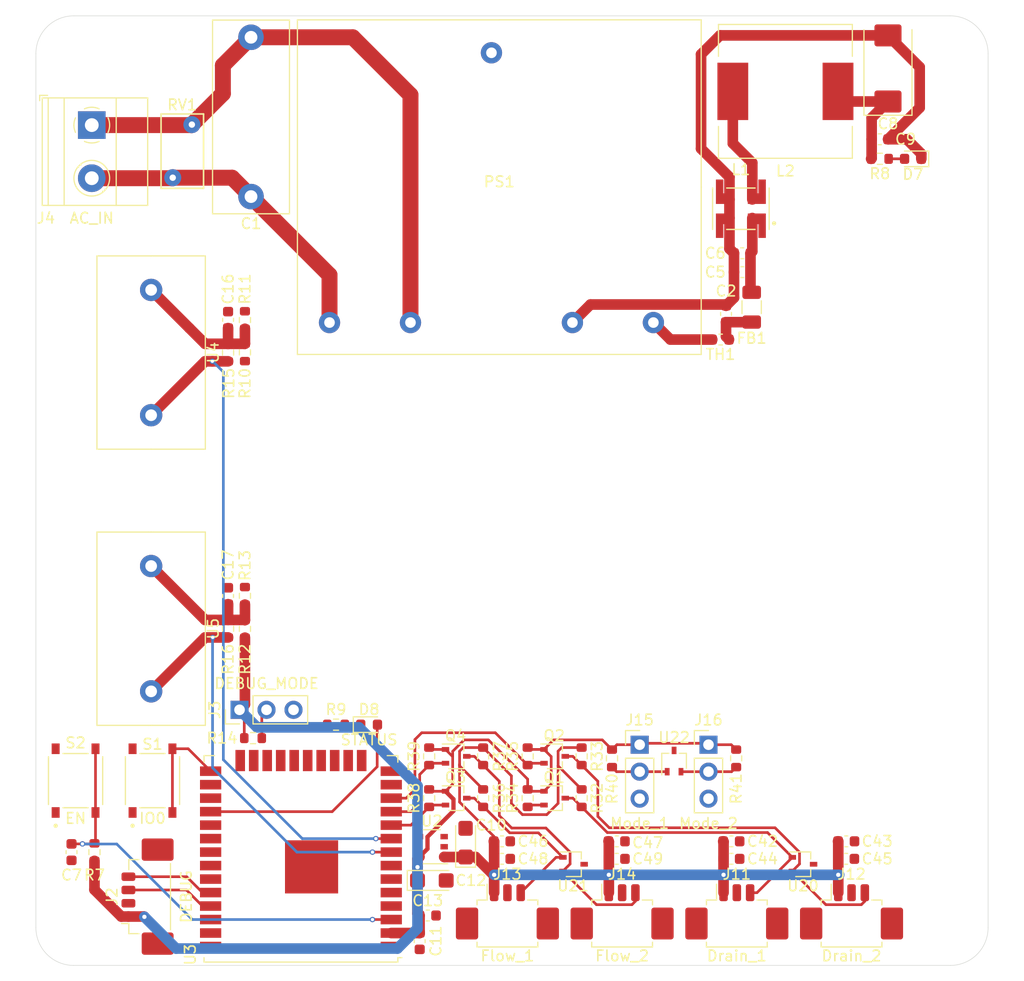
<source format=kicad_pcb>
(kicad_pcb (version 20171130) (host pcbnew "(5.1.12)-1")
  (layers (0 F.Cu signal) (31 B.Cu signal) (34 B.Paste user) (35 F.Paste user) (36 B.SilkS user) (37 F.SilkS user) (38 B.Mask user) (39 F.Mask user) (44 Edge.Cuts user))
  (net 0 "")
  (net 1 LINE)
  (net 2 NEUT)
  (net 3 "Net-(C2-Pad1)")
  (net 4 GND)
  (net 5 +3V3)
  (net 6 "Net-(C5-Pad1)")
  (net 7 /EN)
  (net 8 +5V)
  (net 9 "Net-(C16-Pad1)")
  (net 10 "Net-(C17-Pad1)")
  (net 11 "Net-(D7-Pad2)")
  (net 12 /STATUS)
  (net 13 "Net-(D8-Pad1)")
  (net 14 "Net-(H1-Pad1)")
  (net 15 "Net-(H2-Pad1)")
  (net 16 "Net-(H3-Pad1)")
  (net 17 "Net-(H4-Pad1)")
  (net 18 /TX_DEBUG)
  (net 19 /RX_DEBUG)
  (net 20 /Debug_SW)
  (net 21 /Sheet65BE28DA/Drain_1)
  (net 22 /Sheet65BE28DA/Drain_2)
  (net 23 /Sheet65BE28DA/Flow_1)
  (net 24 /Sheet65BE28DA/Flow_2)
  (net 25 /Sheet65BE28DA/Mode_1)
  (net 26 /Sheet65BE28DA/Mode_2)
  (net 27 "Net-(L1-Pad2)")
  (net 28 "Net-(PS1-Pad5)")
  (net 29 "Net-(PS1-Pad4)")
  (net 30 /Drain_1)
  (net 31 /Drain_2)
  (net 32 /Flow_1)
  (net 33 /Flow_2)
  (net 34 /CT_1)
  (net 35 /CT_2)
  (net 36 /IO0)
  (net 37 /SRCLK)
  (net 38 /RCLK)
  (net 39 /SER)
  (net 40 "Net-(U2-Pad4)")
  (net 41 "Net-(U3-Pad4)")
  (net 42 "Net-(U3-Pad5)")
  (net 43 /Mode_1)
  (net 44 /Mode_2)
  (net 45 "Net-(U3-Pad13)")
  (net 46 "Net-(U3-Pad14)")
  (net 47 "Net-(U3-Pad16)")
  (net 48 "Net-(U3-Pad17)")
  (net 49 "Net-(U3-Pad18)")
  (net 50 "Net-(U3-Pad19)")
  (net 51 "Net-(U3-Pad20)")
  (net 52 "Net-(U3-Pad21)")
  (net 53 "Net-(U3-Pad22)")
  (net 54 "Net-(U3-Pad23)")
  (net 55 "Net-(U3-Pad24)")
  (net 56 "Net-(U3-Pad26)")
  (net 57 "Net-(U3-Pad27)")
  (net 58 "Net-(U3-Pad29)")
  (net 59 "Net-(U3-Pad32)")
  (net 60 "Net-(U2-Pad3)")
  (module MountingHole:MountingHole_3.2mm_M3 (layer F.Cu) (at 185.3184 128.016)
    (fp_text reference H4)
    (fp_text value MountingHole_Pad)
    (pad 1 np_thru_hole circle (at 0 0) (size 3.2 3.2) (drill 3.2) (layers *.Cu *.Mask) (net 17 "Net-(H4-Pad1)"))
  )
  (module MountingHole:MountingHole_3.2mm_M3 (layer F.Cu) (at 102.8192 45.72)
    (fp_text reference H1)
    (fp_text value MountingHole_Pad)
    (pad 1 np_thru_hole circle (at 0 0) (size 3.2 3.2) (drill 3.2) (layers *.Cu *.Mask) (net 14 "Net-(H1-Pad1)"))
  )
  (module Capacitor_THT:C_Rect_L18.0mm_W7.0mm_P15.00mm_FKS3_FKP3 (layer F.Cu) (at 119.507 59.182 90)
    (fp_text reference C1 (at -2.54 0 180) (layer F.SilkS))
    (fp_text value MPB224K27DZKN158G0)
    (pad 1 thru_hole circle (at 0 0 90) (size 2.4 2.4) (drill 1.2) (layers *.Cu *.Mask) (net 1 LINE))
    (pad 2 thru_hole circle (at 15 0 90) (size 2.4 2.4) (drill 1.2) (layers *.Cu *.Mask) (net 2 NEUT))
  )
  (module Capacitor_SMD:C_0603_1608Metric (layer F.Cu) (at 164.211 70.231 90)
    (fp_text reference C2 (at 2.159 0 180) (layer F.SilkS))
    (fp_text value 10nf)
    (pad 1 smd roundrect (at -0.775 0 90) (size 0.9 0.95) (layers F.Cu F.Paste F.Mask) (net 3 "Net-(C2-Pad1)"))
    (pad 2 smd roundrect (at 0.775 0 90) (size 0.9 0.95) (layers F.Cu F.Paste F.Mask) (net 4 GND))
  )
  (module Capacitor_SMD:C_0603_1608Metric (layer F.Cu) (at 165.735 66.294 180)
    (fp_text reference C5 (at 2.54 0) (layer F.SilkS))
    (fp_text value 100nf)
    (pad 2 smd roundrect (at 0.775 0 180) (size 0.9 0.95) (layers F.Cu F.Paste F.Mask) (net 4 GND))
    (pad 1 smd roundrect (at -0.775 0 180) (size 0.9 0.95) (layers F.Cu F.Paste F.Mask) (net 6 "Net-(C5-Pad1)"))
  )
  (module Capacitor_SMD:C_0603_1608Metric (layer F.Cu) (at 165.735 64.516 180)
    (fp_text reference C6 (at 2.54 0) (layer F.SilkS))
    (fp_text value 10uf)
    (pad 2 smd roundrect (at 0.775 0 180) (size 0.9 0.95) (layers F.Cu F.Paste F.Mask) (net 4 GND))
    (pad 1 smd roundrect (at -0.775 0 180) (size 0.9 0.95) (layers F.Cu F.Paste F.Mask) (net 6 "Net-(C5-Pad1)"))
  )
  (module Capacitor_SMD:C_0603_1608Metric (layer F.Cu) (at 102.616 120.904 270)
    (fp_text reference C7 (at 2.159 0) (layer F.SilkS))
    (fp_text value 100nf)
    (pad 1 smd roundrect (at -0.775 0 270) (size 0.9 0.95) (layers F.Cu F.Paste F.Mask) (net 7 /EN))
    (pad 2 smd roundrect (at 0.775 0 270) (size 0.9 0.95) (layers F.Cu F.Paste F.Mask) (net 4 GND))
  )
  (module Capacitor_Tantalum_SMD:CP_EIA-7343-31_Kemet-D (layer F.Cu) (at 179.451 47.117 90)
    (fp_text reference C8 (at -5.207 0) (layer F.SilkS))
    (fp_text value 330uf)
    (pad 1 smd roundrect (at -3.1125 0 90) (size 2.075 2.55) (layers F.Cu F.Paste F.Mask) (roundrect_rratio 0.120482) (net 8 +5V))
    (pad 2 smd roundrect (at 3.1125 0 90) (size 2.075 2.55) (layers F.Cu F.Paste F.Mask) (roundrect_rratio 0.120482) (net 4 GND))
  )
  (module Capacitor_SMD:C_0603_1608Metric (layer F.Cu) (at 178.689 53.7845)
    (fp_text reference C9 (at 2.413 0) (layer F.SilkS))
    (fp_text value 100nf)
    (pad 1 smd roundrect (at -0.775 0) (size 0.9 0.95) (layers F.Cu F.Paste F.Mask) (net 8 +5V))
    (pad 2 smd roundrect (at 0.775 0) (size 0.9 0.95) (layers F.Cu F.Paste F.Mask) (net 4 GND))
  )
  (module Capacitor_Tantalum_SMD:CP_EIA-3216-18_Kemet-A (layer F.Cu) (at 139.7 120.015 90)
    (fp_text reference C10 (at 1.651 2.413 180) (layer F.SilkS))
    (fp_text value 10uf)
    (pad 1 smd roundrect (at -1.35 0 90) (size 1.4 1.35) (layers F.Cu F.Paste F.Mask) (roundrect_rratio 0.185185) (net 8 +5V))
    (pad 2 smd roundrect (at 1.35 0 90) (size 1.4 1.35) (layers F.Cu F.Paste F.Mask) (roundrect_rratio 0.185185) (net 4 GND))
  )
  (module Capacitor_SMD:C_0603_1608Metric (layer F.Cu) (at 135.382 129.286 90)
    (fp_text reference C11 (at 0 1.524 90) (layer F.SilkS))
    (fp_text value 100nf)
    (pad 1 smd roundrect (at -0.775 0 90) (size 0.9 0.95) (layers F.Cu F.Paste F.Mask) (net 4 GND))
    (pad 2 smd roundrect (at 0.775 0 90) (size 0.9 0.95) (layers F.Cu F.Paste F.Mask) (net 5 +3V3))
  )
  (module Capacitor_Tantalum_SMD:CP_EIA-3216-18_Kemet-A (layer F.Cu) (at 136.525 123.571)
    (fp_text reference C12 (at 3.683 0) (layer F.SilkS))
    (fp_text value 10uf)
    (pad 2 smd roundrect (at 1.35 0) (size 1.4 1.35) (layers F.Cu F.Paste F.Mask) (roundrect_rratio 0.185185) (net 4 GND))
    (pad 1 smd roundrect (at -1.35 0) (size 1.4 1.35) (layers F.Cu F.Paste F.Mask) (roundrect_rratio 0.185185) (net 5 +3V3))
  )
  (module Capacitor_SMD:C_0603_1608Metric (layer F.Cu) (at 136.144 126.873 180)
    (fp_text reference C13 (at 0 1.397) (layer F.SilkS))
    (fp_text value 10uf)
    (pad 2 smd roundrect (at 0.775 0 180) (size 0.9 0.95) (layers F.Cu F.Paste F.Mask) (net 5 +3V3))
    (pad 1 smd roundrect (at -0.775 0 180) (size 0.9 0.95) (layers F.Cu F.Paste F.Mask) (net 4 GND))
  )
  (module Capacitor_SMD:C_0603_1608Metric (layer F.Cu) (at 117.348 70.7895 90)
    (fp_text reference C16 (at 2.908 0 90) (layer F.SilkS))
    (fp_text value 10uf)
    (pad 2 smd roundrect (at 0.775 0 90) (size 0.9 0.95) (layers F.Cu F.Paste F.Mask) (net 4 GND))
    (pad 1 smd roundrect (at -0.775 0 90) (size 0.9 0.95) (layers F.Cu F.Paste F.Mask) (net 9 "Net-(C16-Pad1)"))
  )
  (module Capacitor_SMD:C_0603_1608Metric (layer F.Cu) (at 117.348 96.787 90)
    (fp_text reference C17 (at 2.921 0 90) (layer F.SilkS))
    (fp_text value 10uf)
    (pad 1 smd roundrect (at -0.775 0 90) (size 0.9 0.95) (layers F.Cu F.Paste F.Mask) (net 10 "Net-(C17-Pad1)"))
    (pad 2 smd roundrect (at 0.775 0 90) (size 0.9 0.95) (layers F.Cu F.Paste F.Mask) (net 4 GND))
  )
  (module Capacitor_SMD:C_0603_1608Metric (layer F.Cu) (at 164.719 119.888)
    (fp_text reference C42 (at 2.921 0) (layer F.SilkS))
    (fp_text value 10uf)
    (pad 2 smd roundrect (at 0.775 0) (size 0.9 0.95) (layers F.Cu F.Paste F.Mask) (net 4 GND))
    (pad 1 smd roundrect (at -0.775 0) (size 0.9 0.95) (layers F.Cu F.Paste F.Mask) (net 8 +5V))
  )
  (module Capacitor_SMD:C_0603_1608Metric (layer F.Cu) (at 175.527 119.888)
    (fp_text reference C43 (at 2.908 0) (layer F.SilkS))
    (fp_text value 10uf)
    (pad 2 smd roundrect (at 0.775 0) (size 0.9 0.95) (layers F.Cu F.Paste F.Mask) (net 4 GND))
    (pad 1 smd roundrect (at -0.775 0) (size 0.9 0.95) (layers F.Cu F.Paste F.Mask) (net 8 +5V))
  )
  (module Capacitor_SMD:C_0603_1608Metric (layer F.Cu) (at 164.719 121.539)
    (fp_text reference C44 (at 2.921 0) (layer F.SilkS))
    (fp_text value 100uf)
    (pad 1 smd roundrect (at -0.775 0) (size 0.9 0.95) (layers F.Cu F.Paste F.Mask) (net 8 +5V))
    (pad 2 smd roundrect (at 0.775 0) (size 0.9 0.95) (layers F.Cu F.Paste F.Mask) (net 4 GND))
  )
  (module Capacitor_SMD:C_0603_1608Metric (layer F.Cu) (at 175.514 121.539)
    (fp_text reference C45 (at 2.921 0) (layer F.SilkS))
    (fp_text value 100uf)
    (pad 1 smd roundrect (at -0.775 0) (size 0.9 0.95) (layers F.Cu F.Paste F.Mask) (net 8 +5V))
    (pad 2 smd roundrect (at 0.775 0) (size 0.9 0.95) (layers F.Cu F.Paste F.Mask) (net 4 GND))
  )
  (module Capacitor_SMD:C_0603_1608Metric (layer F.Cu) (at 143.129 119.888)
    (fp_text reference C46 (at 2.921 0) (layer F.SilkS))
    (fp_text value 10uf)
    (pad 2 smd roundrect (at 0.775 0) (size 0.9 0.95) (layers F.Cu F.Paste F.Mask) (net 4 GND))
    (pad 1 smd roundrect (at -0.775 0) (size 0.9 0.95) (layers F.Cu F.Paste F.Mask) (net 8 +5V))
  )
  (module Capacitor_SMD:C_0603_1608Metric (layer F.Cu) (at 153.924 119.888)
    (fp_text reference C47 (at 2.921 0.127) (layer F.SilkS))
    (fp_text value 10uf)
    (pad 2 smd roundrect (at 0.775 0) (size 0.9 0.95) (layers F.Cu F.Paste F.Mask) (net 4 GND))
    (pad 1 smd roundrect (at -0.775 0) (size 0.9 0.95) (layers F.Cu F.Paste F.Mask) (net 8 +5V))
  )
  (module Capacitor_SMD:C_0603_1608Metric (layer F.Cu) (at 143.129 121.539)
    (fp_text reference C48 (at 2.921 0) (layer F.SilkS))
    (fp_text value 100uf)
    (pad 1 smd roundrect (at -0.775 0) (size 0.9 0.95) (layers F.Cu F.Paste F.Mask) (net 8 +5V))
    (pad 2 smd roundrect (at 0.775 0) (size 0.9 0.95) (layers F.Cu F.Paste F.Mask) (net 4 GND))
  )
  (module Capacitor_SMD:C_0603_1608Metric (layer F.Cu) (at 153.924 121.539)
    (fp_text reference C49 (at 2.921 0) (layer F.SilkS))
    (fp_text value 100uf)
    (pad 1 smd roundrect (at -0.775 0) (size 0.9 0.95) (layers F.Cu F.Paste F.Mask) (net 8 +5V))
    (pad 2 smd roundrect (at 0.775 0) (size 0.9 0.95) (layers F.Cu F.Paste F.Mask) (net 4 GND))
  )
  (module LED_SMD:LED_0603_1608Metric (layer F.Cu) (at 181.8005 55.626 180)
    (fp_text reference D7 (at 0 -1.4605) (layer F.SilkS))
    (fp_text value 5V)
    (pad 1 smd roundrect (at -0.7875 0 180) (size 0.875 0.95) (layers F.Cu F.Paste F.Mask) (net 4 GND))
    (pad 2 smd roundrect (at 0.7875 0 180) (size 0.875 0.95) (layers F.Cu F.Paste F.Mask) (net 11 "Net-(D7-Pad2)"))
  )
  (module LED_SMD:LED_0603_1608Metric (layer F.Cu) (at 130.6195 108.9025)
    (fp_text reference D8 (at 0 -1.43) (layer F.SilkS))
    (fp_text value STATUS (at 0 1.43) (layer F.SilkS))
    (pad 2 smd roundrect (at 0.7875 0) (size 0.875 0.95) (layers F.Cu F.Paste F.Mask) (net 12 /STATUS))
    (pad 1 smd roundrect (at -0.7875 0) (size 0.875 0.95) (layers F.Cu F.Paste F.Mask) (net 13 "Net-(D8-Pad1)"))
  )
  (module Fuse:Fuse_1206_3216Metric (layer F.Cu) (at 166.624 69.596 270)
    (fp_text reference FB1 (at 2.921 0 180) (layer F.SilkS))
    (fp_text value FBMH3216HM221NTV)
    (pad 1 smd roundrect (at -1.4 0 270) (size 1.25 1.75) (layers F.Cu F.Paste F.Mask) (roundrect_rratio 0.2) (net 6 "Net-(C5-Pad1)"))
    (pad 2 smd roundrect (at 1.4 0 270) (size 1.25 1.75) (layers F.Cu F.Paste F.Mask) (roundrect_rratio 0.2) (net 3 "Net-(C2-Pad1)"))
  )
  (module Connector_Molex:Molex_PicoBlade_53398-0471_1x04-1MP_P1.25mm_Vertical (layer F.Cu) (at 109.22 125.095 90)
    (fp_text reference J2 (at 0 -2.794 90) (layer F.SilkS))
    (fp_text value DEBUG (at 0 4.2 90) (layer F.SilkS))
    (pad 1 smd roundrect (at -1.875 -1.25 90) (size 0.8 1.3) (layers F.Cu F.Paste F.Mask) (net 5 +3V3))
    (pad 2 smd roundrect (at -0.625 -1.25 90) (size 0.8 1.3) (layers F.Cu F.Paste F.Mask) (net 4 GND))
    (pad 3 smd roundrect (at 0.625 -1.25 90) (size 0.8 1.3) (layers F.Cu F.Paste F.Mask) (net 18 /TX_DEBUG))
    (pad 4 smd roundrect (at 1.875 -1.25 90) (size 0.8 1.3) (layers F.Cu F.Paste F.Mask) (net 19 /RX_DEBUG))
    (pad MP smd roundrect (at -4.425 1.5 90) (size 2.1 3) (layers F.Cu F.Paste F.Mask) (roundrect_rratio 0.119048))
    (pad MP smd roundrect (at 4.425 1.5 90) (size 2.1 3) (layers F.Cu F.Paste F.Mask) (roundrect_rratio 0.119048))
  )
  (module Connector_PinHeader_2.54mm:PinHeader_1x03_P2.54mm_Vertical (layer F.Cu) (at 118.4275 107.5055 90)
    (fp_text reference J3 (at 0 -2.33 90) (layer F.SilkS))
    (fp_text value DEBUG_MODE (at 2.4765 2.54 180) (layer F.SilkS))
    (pad 1 thru_hole rect (at 0 0 90) (size 1.7 1.7) (drill 1) (layers *.Cu *.Mask) (net 5 +3V3))
    (pad 2 thru_hole oval (at 0 2.54 90) (size 1.7 1.7) (drill 1) (layers *.Cu *.Mask) (net 20 /Debug_SW))
    (pad 3 thru_hole oval (at 0 5.08 90) (size 1.7 1.7) (drill 1) (layers *.Cu *.Mask) (net 4 GND))
  )
  (module Connector_Molex:Molex_PicoBlade_53261-0371_1x03-1MP_P1.25mm_Horizontal (layer F.Cu) (at 165.227 127.127)
    (fp_text reference J11 (at 0 -4.146) (layer F.SilkS))
    (fp_text value Drain_1 (at 0 3.546) (layer F.SilkS))
    (pad 1 smd roundrect (at -1.25 -2.4) (size 0.8 1.6) (layers F.Cu F.Paste F.Mask) (net 8 +5V))
    (pad 2 smd roundrect (at 0 -2.4) (size 0.8 1.6) (layers F.Cu F.Paste F.Mask) (net 4 GND))
    (pad 3 smd roundrect (at 1.25 -2.4) (size 0.8 1.6) (layers F.Cu F.Paste F.Mask) (net 21 /Sheet65BE28DA/Drain_1))
    (pad MP smd roundrect (at -3.8 0.5) (size 2.1 3) (layers F.Cu F.Paste F.Mask) (roundrect_rratio 0.119048))
    (pad MP smd roundrect (at 3.8 0.5) (size 2.1 3) (layers F.Cu F.Paste F.Mask) (roundrect_rratio 0.119048))
  )
  (module Connector_Molex:Molex_PicoBlade_53261-0371_1x03-1MP_P1.25mm_Horizontal (layer F.Cu) (at 176.022 127.127)
    (fp_text reference J12 (at 0 -4.146) (layer F.SilkS))
    (fp_text value Drain_2 (at 0 3.546) (layer F.SilkS))
    (pad MP smd roundrect (at 3.8 0.5) (size 2.1 3) (layers F.Cu F.Paste F.Mask) (roundrect_rratio 0.119048))
    (pad MP smd roundrect (at -3.8 0.5) (size 2.1 3) (layers F.Cu F.Paste F.Mask) (roundrect_rratio 0.119048))
    (pad 3 smd roundrect (at 1.25 -2.4) (size 0.8 1.6) (layers F.Cu F.Paste F.Mask) (net 22 /Sheet65BE28DA/Drain_2))
    (pad 2 smd roundrect (at 0 -2.4) (size 0.8 1.6) (layers F.Cu F.Paste F.Mask) (net 4 GND))
    (pad 1 smd roundrect (at -1.25 -2.4) (size 0.8 1.6) (layers F.Cu F.Paste F.Mask) (net 8 +5V))
  )
  (module Connector_Molex:Molex_PicoBlade_53261-0371_1x03-1MP_P1.25mm_Horizontal (layer F.Cu) (at 143.637 127.127)
    (fp_text reference J13 (at 0 -4.146) (layer F.SilkS))
    (fp_text value Flow_1 (at 0 3.546) (layer F.SilkS))
    (pad 1 smd roundrect (at -1.25 -2.4) (size 0.8 1.6) (layers F.Cu F.Paste F.Mask) (net 8 +5V))
    (pad 2 smd roundrect (at 0 -2.4) (size 0.8 1.6) (layers F.Cu F.Paste F.Mask) (net 4 GND))
    (pad 3 smd roundrect (at 1.25 -2.4) (size 0.8 1.6) (layers F.Cu F.Paste F.Mask) (net 23 /Sheet65BE28DA/Flow_1))
    (pad MP smd roundrect (at -3.8 0.5) (size 2.1 3) (layers F.Cu F.Paste F.Mask) (roundrect_rratio 0.119048))
    (pad MP smd roundrect (at 3.8 0.5) (size 2.1 3) (layers F.Cu F.Paste F.Mask) (roundrect_rratio 0.119048))
  )
  (module Connector_Molex:Molex_PicoBlade_53261-0371_1x03-1MP_P1.25mm_Horizontal (layer F.Cu) (at 154.432 127.127)
    (fp_text reference J14 (at 0 -4.146) (layer F.SilkS))
    (fp_text value Flow_2 (at 0 3.546) (layer F.SilkS))
    (pad MP smd roundrect (at 3.8 0.5) (size 2.1 3) (layers F.Cu F.Paste F.Mask) (roundrect_rratio 0.119048))
    (pad MP smd roundrect (at -3.8 0.5) (size 2.1 3) (layers F.Cu F.Paste F.Mask) (roundrect_rratio 0.119048))
    (pad 3 smd roundrect (at 1.25 -2.4) (size 0.8 1.6) (layers F.Cu F.Paste F.Mask) (net 24 /Sheet65BE28DA/Flow_2))
    (pad 2 smd roundrect (at 0 -2.4) (size 0.8 1.6) (layers F.Cu F.Paste F.Mask) (net 4 GND))
    (pad 1 smd roundrect (at -1.25 -2.4) (size 0.8 1.6) (layers F.Cu F.Paste F.Mask) (net 8 +5V))
  )
  (module Connector_PinHeader_2.54mm:PinHeader_1x03_P2.54mm_Vertical (layer F.Cu) (at 156.083 110.791001)
    (fp_text reference J15 (at 0 -2.33) (layer F.SilkS))
    (fp_text value Mode_1 (at 0 7.41) (layer F.SilkS))
    (pad 3 thru_hole oval (at 0 5.08) (size 1.7 1.7) (drill 1) (layers *.Cu *.Mask) (net 4 GND))
    (pad 2 thru_hole oval (at 0 2.54) (size 1.7 1.7) (drill 1) (layers *.Cu *.Mask) (net 25 /Sheet65BE28DA/Mode_1))
    (pad 1 thru_hole rect (at 0 0) (size 1.7 1.7) (drill 1) (layers *.Cu *.Mask) (net 5 +3V3))
  )
  (module Connector_PinHeader_2.54mm:PinHeader_1x03_P2.54mm_Vertical (layer F.Cu) (at 162.56 110.791001)
    (fp_text reference J16 (at 0 -2.33) (layer F.SilkS))
    (fp_text value Mode_2 (at 0 7.41) (layer F.SilkS))
    (pad 1 thru_hole rect (at 0 0) (size 1.7 1.7) (drill 1) (layers *.Cu *.Mask) (net 5 +3V3))
    (pad 2 thru_hole oval (at 0 2.54) (size 1.7 1.7) (drill 1) (layers *.Cu *.Mask) (net 26 /Sheet65BE28DA/Mode_2))
    (pad 3 thru_hole oval (at 0 5.08) (size 1.7 1.7) (drill 1) (layers *.Cu *.Mask) (net 4 GND))
  )
  (module KIcad:FIL_DLW5ATN331MQ2L (layer F.Cu) (at 165.608 60.325 270)
    (fp_text reference L1 (at -3.683 0 180) (layer F.SilkS))
    (fp_text value DLW5ATN331MQ2L)
    (pad 4 smd custom (at 0.875 1.075 270) (size 0.75 0.75) (layers F.Cu F.Paste F.Mask) (net 4 GND) (options (clearance outline) (anchor rect)) (primitives (gr_poly (pts (xy -0.425 1.275) (xy 1.875 1.275) (xy 1.875 0.575) (xy 0.575 0.575) (xy 0.575 -0.425) (xy -0.425 -0.425)) (width 0.0001))))
    (pad 1 smd custom (at 0.875 -1.075 270) (size 0.75 0.75) (layers F.Cu F.Paste F.Mask) (net 6 "Net-(C5-Pad1)") (options (clearance outline) (anchor rect)) (primitives (gr_poly (pts (xy -0.425 -1.275) (xy 1.875 -1.275) (xy 1.875 -0.575) (xy 0.575 -0.575) (xy 0.575 0.425) (xy -0.425 0.425)) (width 0.0001))))
    (pad 3 smd custom (at -0.875 1.075 270) (size 0.75 0.75) (layers F.Cu F.Paste F.Mask) (net 4 GND) (options (clearance outline) (anchor rect)) (primitives (gr_poly (pts (xy 0.425 1.275) (xy -1.875 1.275) (xy -1.875 0.575) (xy -0.575 0.575) (xy -0.575 -0.425) (xy 0.425 -0.425)) (width 0.0001))))
    (pad 2 smd custom (at -0.875 -1.075 270) (size 0.75 0.75) (layers F.Cu F.Paste F.Mask) (net 27 "Net-(L1-Pad2)") (options (clearance outline) (anchor rect)) (primitives (gr_poly (pts (xy 0.425 -1.275) (xy -1.875 -1.275) (xy -1.875 -0.575) (xy -0.575 -0.575) (xy -0.575 0.425) (xy 0.425 0.425)) (width 0.0001))))
  )
  (module Inductor_SMD:L_12x12mm_H6mm (layer F.Cu) (at 169.799 49.276)
    (fp_text reference L2 (at 0 7.493) (layer F.SilkS))
    (fp_text value SCDS125T-220M-N)
    (pad 1 smd rect (at -4.95 0) (size 2.9 5.4) (layers F.Cu F.Paste F.Mask) (net 27 "Net-(L1-Pad2)"))
    (pad 2 smd rect (at 4.95 0) (size 2.9 5.4) (layers F.Cu F.Paste F.Mask) (net 8 +5V))
  )
  (module KIcad:GMS0505 (layer F.Cu) (at 142.875 58.293)
    (fp_text reference PS1 (at 0 -0.508) (layer F.SilkS))
    (fp_text value GMS0505)
    (pad 5 thru_hole circle (at -0.74 -12.65) (size 2 2) (drill 1) (layers *.Cu *.Mask) (net 28 "Net-(PS1-Pad5)"))
    (pad 1 thru_hole circle (at -15.98 12.75) (size 2 2) (drill 1) (layers *.Cu *.Mask) (net 1 LINE))
    (pad 2 thru_hole circle (at -8.36 12.75) (size 2 2) (drill 1) (layers *.Cu *.Mask) (net 2 NEUT))
    (pad 4 thru_hole circle (at 14.5 12.75) (size 2 2) (drill 1) (layers *.Cu *.Mask) (net 29 "Net-(PS1-Pad4)"))
    (pad 3 thru_hole circle (at 6.88 12.75) (size 2 2) (drill 1) (layers *.Cu *.Mask) (net 4 GND))
  )
  (module Package_TO_SOT_SMD:SOT-323_SC-70 (layer F.Cu) (at 148.082 115.824)
    (fp_text reference Q1 (at -0.05 -1.95) (layer F.SilkS))
    (fp_text value 2N7002)
    (pad 3 smd rect (at 1 0 270) (size 0.45 0.7) (layers F.Cu F.Paste F.Mask) (net 21 /Sheet65BE28DA/Drain_1))
    (pad 2 smd rect (at -1 0.65 270) (size 0.45 0.7) (layers F.Cu F.Paste F.Mask) (net 30 /Drain_1))
    (pad 1 smd rect (at -1 -0.65 270) (size 0.45 0.7) (layers F.Cu F.Paste F.Mask) (net 5 +3V3))
  )
  (module Package_TO_SOT_SMD:SOT-323_SC-70 (layer F.Cu) (at 148.082 111.887)
    (fp_text reference Q2 (at -0.05 -1.95) (layer F.SilkS))
    (fp_text value 2N7002)
    (pad 1 smd rect (at -1 -0.65 270) (size 0.45 0.7) (layers F.Cu F.Paste F.Mask) (net 5 +3V3))
    (pad 2 smd rect (at -1 0.65 270) (size 0.45 0.7) (layers F.Cu F.Paste F.Mask) (net 31 /Drain_2))
    (pad 3 smd rect (at 1 0 270) (size 0.45 0.7) (layers F.Cu F.Paste F.Mask) (net 22 /Sheet65BE28DA/Drain_2))
  )
  (module Package_TO_SOT_SMD:SOT-323_SC-70 (layer F.Cu) (at 138.811 115.824)
    (fp_text reference Q3 (at -0.05 -1.95) (layer F.SilkS))
    (fp_text value 2N7002)
    (pad 3 smd rect (at 1 0 270) (size 0.45 0.7) (layers F.Cu F.Paste F.Mask) (net 23 /Sheet65BE28DA/Flow_1))
    (pad 2 smd rect (at -1 0.65 270) (size 0.45 0.7) (layers F.Cu F.Paste F.Mask) (net 32 /Flow_1))
    (pad 1 smd rect (at -1 -0.65 270) (size 0.45 0.7) (layers F.Cu F.Paste F.Mask) (net 5 +3V3))
  )
  (module Package_TO_SOT_SMD:SOT-323_SC-70 (layer F.Cu) (at 138.811 111.887)
    (fp_text reference Q4 (at -0.05 -1.95) (layer F.SilkS))
    (fp_text value 2N7002)
    (pad 1 smd rect (at -1 -0.65 270) (size 0.45 0.7) (layers F.Cu F.Paste F.Mask) (net 5 +3V3))
    (pad 2 smd rect (at -1 0.65 270) (size 0.45 0.7) (layers F.Cu F.Paste F.Mask) (net 33 /Flow_2))
    (pad 3 smd rect (at 1 0 270) (size 0.45 0.7) (layers F.Cu F.Paste F.Mask) (net 24 /Sheet65BE28DA/Flow_2))
  )
  (module Resistor_SMD:R_0603_1608Metric (layer F.Cu) (at 104.775 120.904 90)
    (fp_text reference R7 (at -2.159 0 180) (layer F.SilkS))
    (fp_text value 10k)
    (pad 2 smd roundrect (at 0.825 0 90) (size 0.8 0.95) (layers F.Cu F.Paste F.Mask) (net 7 /EN))
    (pad 1 smd roundrect (at -0.825 0 90) (size 0.8 0.95) (layers F.Cu F.Paste F.Mask) (net 5 +3V3))
  )
  (module Resistor_SMD:R_0603_1608Metric (layer F.Cu) (at 178.689 55.626)
    (fp_text reference R8 (at 0 1.397) (layer F.SilkS))
    (fp_text value 330)
    (pad 2 smd roundrect (at 0.825 0) (size 0.8 0.95) (layers F.Cu F.Paste F.Mask) (net 11 "Net-(D7-Pad2)"))
    (pad 1 smd roundrect (at -0.825 0) (size 0.8 0.95) (layers F.Cu F.Paste F.Mask) (net 8 +5V))
  )
  (module Resistor_SMD:R_0603_1608Metric (layer F.Cu) (at 127.508 108.9025)
    (fp_text reference R9 (at 0 -1.43) (layer F.SilkS))
    (fp_text value 100)
    (pad 2 smd roundrect (at 0.825 0) (size 0.8 0.95) (layers F.Cu F.Paste F.Mask) (net 13 "Net-(D8-Pad1)"))
    (pad 1 smd roundrect (at -0.825 0) (size 0.8 0.95) (layers F.Cu F.Paste F.Mask) (net 4 GND))
  )
  (module Resistor_SMD:R_0603_1608Metric (layer F.Cu) (at 118.9355 73.851 90)
    (fp_text reference R10 (at -2.9205 0 90) (layer F.SilkS))
    (fp_text value 100k)
    (pad 1 smd roundrect (at -0.825 0 90) (size 0.8 0.95) (layers F.Cu F.Paste F.Mask) (net 5 +3V3))
    (pad 2 smd roundrect (at 0.825 0 90) (size 0.8 0.95) (layers F.Cu F.Paste F.Mask) (net 9 "Net-(C16-Pad1)"))
  )
  (module Resistor_SMD:R_0603_1608Metric (layer F.Cu) (at 118.9355 70.8025 90)
    (fp_text reference R11 (at 2.921 0 90) (layer F.SilkS))
    (fp_text value 100k)
    (pad 2 smd roundrect (at 0.825 0 90) (size 0.8 0.95) (layers F.Cu F.Paste F.Mask) (net 4 GND))
    (pad 1 smd roundrect (at -0.825 0 90) (size 0.8 0.95) (layers F.Cu F.Paste F.Mask) (net 9 "Net-(C16-Pad1)"))
  )
  (module Resistor_SMD:R_0603_1608Metric (layer F.Cu) (at 118.9355 99.8855 90)
    (fp_text reference R12 (at -2.8575 0 90) (layer F.SilkS))
    (fp_text value 100k)
    (pad 1 smd roundrect (at -0.825 0 90) (size 0.8 0.95) (layers F.Cu F.Paste F.Mask) (net 5 +3V3))
    (pad 2 smd roundrect (at 0.825 0 90) (size 0.8 0.95) (layers F.Cu F.Paste F.Mask) (net 10 "Net-(C17-Pad1)"))
  )
  (module Resistor_SMD:R_0603_1608Metric (layer F.Cu) (at 118.9355 96.774 90)
    (fp_text reference R13 (at 2.8575 0 90) (layer F.SilkS))
    (fp_text value 100k)
    (pad 2 smd roundrect (at 0.825 0 90) (size 0.8 0.95) (layers F.Cu F.Paste F.Mask) (net 4 GND))
    (pad 1 smd roundrect (at -0.825 0 90) (size 0.8 0.95) (layers F.Cu F.Paste F.Mask) (net 10 "Net-(C17-Pad1)"))
  )
  (module Resistor_SMD:R_0603_1608Metric (layer F.Cu) (at 119.6975 110.1725)
    (fp_text reference R14 (at -2.921 0) (layer F.SilkS))
    (fp_text value 10k)
    (pad 1 smd roundrect (at -0.825 0) (size 0.8 0.95) (layers F.Cu F.Paste F.Mask) (net 5 +3V3))
    (pad 2 smd roundrect (at 0.825 0) (size 0.8 0.95) (layers F.Cu F.Paste F.Mask) (net 20 /Debug_SW))
  )
  (module Resistor_SMD:R_0603_1608Metric (layer F.Cu) (at 117.348 73.868 270)
    (fp_text reference R15 (at 2.9035 -0.0635 90) (layer F.SilkS))
    (fp_text value 33)
    (pad 2 smd roundrect (at 0.825 0 270) (size 0.8 0.95) (layers F.Cu F.Paste F.Mask) (net 34 /CT_1))
    (pad 1 smd roundrect (at -0.825 0 270) (size 0.8 0.95) (layers F.Cu F.Paste F.Mask) (net 9 "Net-(C16-Pad1)"))
  )
  (module Resistor_SMD:R_0603_1608Metric (layer F.Cu) (at 117.348 99.868 270)
    (fp_text reference R16 (at 2.875 0 90) (layer F.SilkS))
    (fp_text value 33)
    (pad 1 smd roundrect (at -0.825 0 270) (size 0.8 0.95) (layers F.Cu F.Paste F.Mask) (net 10 "Net-(C17-Pad1)"))
    (pad 2 smd roundrect (at 0.825 0 270) (size 0.8 0.95) (layers F.Cu F.Paste F.Mask) (net 35 /CT_2))
  )
  (module Resistor_SMD:R_0603_1608Metric (layer F.Cu) (at 150.622 115.824 90)
    (fp_text reference R32 (at 0 1.4605 90) (layer F.SilkS))
    (fp_text value 10k)
    (pad 1 smd roundrect (at -0.825 0 90) (size 0.8 0.95) (layers F.Cu F.Paste F.Mask) (net 21 /Sheet65BE28DA/Drain_1))
    (pad 2 smd roundrect (at 0.825 0 90) (size 0.8 0.95) (layers F.Cu F.Paste F.Mask) (net 8 +5V))
  )
  (module Resistor_SMD:R_0603_1608Metric (layer F.Cu) (at 150.622 111.887 90)
    (fp_text reference R33 (at 0 1.4605 90) (layer F.SilkS))
    (fp_text value 10k)
    (pad 1 smd roundrect (at -0.825 0 90) (size 0.8 0.95) (layers F.Cu F.Paste F.Mask) (net 22 /Sheet65BE28DA/Drain_2))
    (pad 2 smd roundrect (at 0.825 0 90) (size 0.8 0.95) (layers F.Cu F.Paste F.Mask) (net 8 +5V))
  )
  (module Resistor_SMD:R_0603_1608Metric (layer F.Cu) (at 145.542 115.824 90)
    (fp_text reference R34 (at 0 -1.43 90) (layer F.SilkS))
    (fp_text value 10k)
    (pad 1 smd roundrect (at -0.825 0 90) (size 0.8 0.95) (layers F.Cu F.Paste F.Mask) (net 30 /Drain_1))
    (pad 2 smd roundrect (at 0.825 0 90) (size 0.8 0.95) (layers F.Cu F.Paste F.Mask) (net 5 +3V3))
  )
  (module Resistor_SMD:R_0603_1608Metric (layer F.Cu) (at 145.542 111.887 90)
    (fp_text reference R35 (at 0 -1.43 90) (layer F.SilkS))
    (fp_text value 10k)
    (pad 1 smd roundrect (at -0.825 0 90) (size 0.8 0.95) (layers F.Cu F.Paste F.Mask) (net 31 /Drain_2))
    (pad 2 smd roundrect (at 0.825 0 90) (size 0.8 0.95) (layers F.Cu F.Paste F.Mask) (net 5 +3V3))
  )
  (module Resistor_SMD:R_0603_1608Metric (layer F.Cu) (at 141.351 115.824 90)
    (fp_text reference R36 (at 0 1.524 90) (layer F.SilkS))
    (fp_text value 10k)
    (pad 1 smd roundrect (at -0.825 0 90) (size 0.8 0.95) (layers F.Cu F.Paste F.Mask) (net 23 /Sheet65BE28DA/Flow_1))
    (pad 2 smd roundrect (at 0.825 0 90) (size 0.8 0.95) (layers F.Cu F.Paste F.Mask) (net 8 +5V))
  )
  (module Resistor_SMD:R_0603_1608Metric (layer F.Cu) (at 141.351 111.887 90)
    (fp_text reference R37 (at 0 1.524 90) (layer F.SilkS))
    (fp_text value 10k)
    (pad 2 smd roundrect (at 0.825 0 90) (size 0.8 0.95) (layers F.Cu F.Paste F.Mask) (net 8 +5V))
    (pad 1 smd roundrect (at -0.825 0 90) (size 0.8 0.95) (layers F.Cu F.Paste F.Mask) (net 24 /Sheet65BE28DA/Flow_2))
  )
  (module Resistor_SMD:R_0603_1608Metric (layer F.Cu) (at 136.271 115.824 90)
    (fp_text reference R38 (at 0 -1.43 90) (layer F.SilkS))
    (fp_text value 10k)
    (pad 1 smd roundrect (at -0.825 0 90) (size 0.8 0.95) (layers F.Cu F.Paste F.Mask) (net 32 /Flow_1))
    (pad 2 smd roundrect (at 0.825 0 90) (size 0.8 0.95) (layers F.Cu F.Paste F.Mask) (net 5 +3V3))
  )
  (module Resistor_SMD:R_0603_1608Metric (layer F.Cu) (at 136.271 111.887 90)
    (fp_text reference R39 (at 0 -1.43 90) (layer F.SilkS))
    (fp_text value 10k)
    (pad 1 smd roundrect (at -0.825 0 90) (size 0.8 0.95) (layers F.Cu F.Paste F.Mask) (net 33 /Flow_2))
    (pad 2 smd roundrect (at 0.825 0 90) (size 0.8 0.95) (layers F.Cu F.Paste F.Mask) (net 5 +3V3))
  )
  (module Resistor_SMD:R_0603_1608Metric (layer F.Cu) (at 153.4795 112.0775 90)
    (fp_text reference R40 (at -2.8575 0 90) (layer F.SilkS))
    (fp_text value 10k)
    (pad 2 smd roundrect (at 0.825 0 90) (size 0.8 0.95) (layers F.Cu F.Paste F.Mask) (net 5 +3V3))
    (pad 1 smd roundrect (at -0.825 0 90) (size 0.8 0.95) (layers F.Cu F.Paste F.Mask) (net 25 /Sheet65BE28DA/Mode_1))
  )
  (module Resistor_SMD:R_0603_1608Metric (layer F.Cu) (at 165.1635 112.0775 90)
    (fp_text reference R41 (at -2.8575 0 90) (layer F.SilkS))
    (fp_text value 10k)
    (pad 1 smd roundrect (at -0.825 0 90) (size 0.8 0.95) (layers F.Cu F.Paste F.Mask) (net 26 /Sheet65BE28DA/Mode_2))
    (pad 2 smd roundrect (at 0.825 0 90) (size 0.8 0.95) (layers F.Cu F.Paste F.Mask) (net 5 +3V3))
  )
  (module Varistor:RV_Disc_D7mm_W4mm_P5mm (layer F.Cu) (at 112.141 57.404 90)
    (fp_text reference RV1 (at 6.858 0.889 180) (layer F.SilkS))
    (fp_text value V07E230P)
    (pad 1 thru_hole circle (at 0 0 90) (size 1.6 1.6) (drill 0.6) (layers *.Cu *.Mask) (net 1 LINE))
    (pad 2 thru_hole circle (at 5 1.8 90) (size 1.6 1.6) (drill 0.6) (layers *.Cu *.Mask) (net 2 NEUT))
  )
  (module KIcad:SW_TS-1187A-B-A-B (layer F.Cu) (at 110.236 114.173 90)
    (fp_text reference S1 (at 3.429 0 180) (layer F.SilkS))
    (fp_text value IO0 (at -3.556 0 180) (layer F.SilkS))
    (pad A smd rect (at -3 -1.875 90) (size 1 0.75) (layers F.Cu F.Paste F.Mask) (net 4 GND))
    (pad B smd rect (at 3 -1.875 90) (size 1 0.75) (layers F.Cu F.Paste F.Mask) (net 4 GND))
    (pad C smd rect (at -3 1.875 90) (size 1 0.75) (layers F.Cu F.Paste F.Mask) (net 36 /IO0))
    (pad D smd rect (at 3 1.875 90) (size 1 0.75) (layers F.Cu F.Paste F.Mask) (net 36 /IO0))
  )
  (module KIcad:SW_TS-1187A-B-A-B (layer F.Cu) (at 102.997 114.173 90)
    (fp_text reference S2 (at 3.556 0 180) (layer F.SilkS))
    (fp_text value EN (at -3.556 0 180) (layer F.SilkS))
    (pad D smd rect (at 3 1.875 90) (size 1 0.75) (layers F.Cu F.Paste F.Mask) (net 7 /EN))
    (pad C smd rect (at -3 1.875 90) (size 1 0.75) (layers F.Cu F.Paste F.Mask) (net 7 /EN))
    (pad B smd rect (at 3 -1.875 90) (size 1 0.75) (layers F.Cu F.Paste F.Mask) (net 4 GND))
    (pad A smd rect (at -3 -1.875 90) (size 1 0.75) (layers F.Cu F.Paste F.Mask) (net 4 GND))
  )
  (module Fuse:Fuse_0603_1608Metric (layer F.Cu) (at 163.703 72.644 180)
    (fp_text reference TH1 (at 0 -1.397) (layer F.SilkS))
    (fp_text value BSMD0603-050-6V)
    (pad 2 smd roundrect (at 0.7875 0 180) (size 0.875 0.95) (layers F.Cu F.Paste F.Mask) (net 29 "Net-(PS1-Pad4)"))
    (pad 1 smd roundrect (at -0.7875 0 180) (size 0.875 0.95) (layers F.Cu F.Paste F.Mask) (net 3 "Net-(C2-Pad1)"))
  )
  (module Package_SO:TSOP-5_1.65x3.05mm_P0.95mm (layer F.Cu) (at 136.525 120.396 180)
    (fp_text reference U2 (at 0 2.413) (layer F.SilkS))
    (fp_text value NCP603SN330)
    (pad 1 smd rect (at -1.16 -0.95 180) (size 0.7 0.51) (layers F.Cu F.Paste F.Mask) (net 8 +5V))
    (pad 2 smd rect (at -1.16 0 180) (size 0.7 0.51) (layers F.Cu F.Paste F.Mask) (net 4 GND))
    (pad 3 smd rect (at -1.16 0.95 180) (size 0.7 0.51) (layers F.Cu F.Paste F.Mask) (net 60 "Net-(U2-Pad3)"))
    (pad 4 smd rect (at 1.16 0.95 180) (size 0.7 0.51) (layers F.Cu F.Paste F.Mask) (net 40 "Net-(U2-Pad4)"))
    (pad 5 smd rect (at 1.16 -0.95 180) (size 0.7 0.51) (layers F.Cu F.Paste F.Mask) (net 5 +3V3))
  )
  (module RF_Module:ESP32-WROOM-32U (layer F.Cu) (at 124.206 121.539 180)
    (fp_text reference U3 (at 10.414 -9.017 270) (layer F.SilkS))
    (fp_text value ESP32-WROOM-32U)
    (pad 39 smd rect (at -1 -0.755 180) (size 5 5) (layers F.Cu F.Paste F.Mask) (net 4 GND))
    (pad 1 smd rect (at -8.5 -8.255 180) (size 2 0.9) (layers F.Cu F.Paste F.Mask) (net 4 GND))
    (pad 2 smd rect (at -8.5 -6.985 180) (size 2 0.9) (layers F.Cu F.Paste F.Mask) (net 5 +3V3))
    (pad 3 smd rect (at -8.5 -5.715 180) (size 2 0.9) (layers F.Cu F.Paste F.Mask) (net 7 /EN))
    (pad 4 smd rect (at -8.5 -4.445 180) (size 2 0.9) (layers F.Cu F.Paste F.Mask) (net 41 "Net-(U3-Pad4)"))
    (pad 5 smd rect (at -8.5 -3.175 180) (size 2 0.9) (layers F.Cu F.Paste F.Mask) (net 42 "Net-(U3-Pad5)"))
    (pad 6 smd rect (at -8.5 -1.905 180) (size 2 0.9) (layers F.Cu F.Paste F.Mask) (net 43 /Mode_1))
    (pad 7 smd rect (at -8.5 -0.635 180) (size 2 0.9) (layers F.Cu F.Paste F.Mask) (net 44 /Mode_2))
    (pad 8 smd rect (at -8.5 0.635 180) (size 2 0.9) (layers F.Cu F.Paste F.Mask) (net 35 /CT_2))
    (pad 9 smd rect (at -8.5 1.905 180) (size 2 0.9) (layers F.Cu F.Paste F.Mask) (net 34 /CT_1))
    (pad 10 smd rect (at -8.5 3.175 180) (size 2 0.9) (layers F.Cu F.Paste F.Mask) (net 32 /Flow_1))
    (pad 11 smd rect (at -8.5 4.445 180) (size 2 0.9) (layers F.Cu F.Paste F.Mask) (net 33 /Flow_2))
    (pad 12 smd rect (at -8.5 5.715 180) (size 2 0.9) (layers F.Cu F.Paste F.Mask) (net 31 /Drain_2))
    (pad 13 smd rect (at -8.5 6.985 180) (size 2 0.9) (layers F.Cu F.Paste F.Mask) (net 45 "Net-(U3-Pad13)"))
    (pad 14 smd rect (at -8.5 8.255 180) (size 2 0.9) (layers F.Cu F.Paste F.Mask) (net 46 "Net-(U3-Pad14)"))
    (pad 15 smd rect (at -5.715 9.255 90) (size 2 0.9) (layers F.Cu F.Paste F.Mask) (net 4 GND))
    (pad 16 smd rect (at -4.445 9.255 270) (size 2 0.9) (layers F.Cu F.Paste F.Mask) (net 47 "Net-(U3-Pad16)"))
    (pad 17 smd rect (at -3.175 9.255 270) (size 2 0.9) (layers F.Cu F.Paste F.Mask) (net 48 "Net-(U3-Pad17)"))
    (pad 18 smd rect (at -1.905 9.255 270) (size 2 0.9) (layers F.Cu F.Paste F.Mask) (net 49 "Net-(U3-Pad18)"))
    (pad 19 smd rect (at -0.635 9.255 270) (size 2 0.9) (layers F.Cu F.Paste F.Mask) (net 50 "Net-(U3-Pad19)"))
    (pad 20 smd rect (at 0.635 9.255 270) (size 2 0.9) (layers F.Cu F.Paste F.Mask) (net 51 "Net-(U3-Pad20)"))
    (pad 21 smd rect (at 1.905 9.255 270) (size 2 0.9) (layers F.Cu F.Paste F.Mask) (net 52 "Net-(U3-Pad21)"))
    (pad 22 smd rect (at 3.175 9.255 270) (size 2 0.9) (layers F.Cu F.Paste F.Mask) (net 53 "Net-(U3-Pad22)"))
    (pad 23 smd rect (at 4.445 9.255 270) (size 2 0.9) (layers F.Cu F.Paste F.Mask) (net 54 "Net-(U3-Pad23)"))
    (pad 24 smd rect (at 5.715 9.255 270) (size 2 0.9) (layers F.Cu F.Paste F.Mask) (net 55 "Net-(U3-Pad24)"))
    (pad 25 smd rect (at 8.5 8.255 180) (size 2 0.9) (layers F.Cu F.Paste F.Mask) (net 36 /IO0))
    (pad 26 smd rect (at 8.5 6.985 180) (size 2 0.9) (layers F.Cu F.Paste F.Mask) (net 56 "Net-(U3-Pad26)"))
    (pad 27 smd rect (at 8.5 5.715 180) (size 2 0.9) (layers F.Cu F.Paste F.Mask) (net 57 "Net-(U3-Pad27)"))
    (pad 28 smd rect (at 8.5 4.445 180) (size 2 0.9) (layers F.Cu F.Paste F.Mask) (net 12 /STATUS))
    (pad 29 smd rect (at 8.5 3.175 180) (size 2 0.9) (layers F.Cu F.Paste F.Mask) (net 58 "Net-(U3-Pad29)"))
    (pad 30 smd rect (at 8.5 1.905 180) (size 2 0.9) (layers F.Cu F.Paste F.Mask) (net 38 /RCLK))
    (pad 31 smd rect (at 8.5 0.635 180) (size 2 0.9) (layers F.Cu F.Paste F.Mask) (net 37 /SRCLK))
    (pad 32 smd rect (at 8.5 -0.635 180) (size 2 0.9) (layers F.Cu F.Paste F.Mask) (net 59 "Net-(U3-Pad32)"))
    (pad 33 smd rect (at 8.5 -1.905 180) (size 2 0.9) (layers F.Cu F.Paste F.Mask) (net 39 /SER))
    (pad 34 smd rect (at 8.5 -3.175 180) (size 2 0.9) (layers F.Cu F.Paste F.Mask) (net 19 /RX_DEBUG))
    (pad 35 smd rect (at 8.5 -4.445 180) (size 2 0.9) (layers F.Cu F.Paste F.Mask) (net 18 /TX_DEBUG))
    (pad 36 smd rect (at 8.5 -5.715 180) (size 2 0.9) (layers F.Cu F.Paste F.Mask) (net 20 /Debug_SW))
    (pad 37 smd rect (at 8.5 -6.985 180) (size 2 0.9) (layers F.Cu F.Paste F.Mask) (net 30 /Drain_1))
    (pad 38 smd rect (at 8.5 -8.255 180) (size 2 0.9) (layers F.Cu F.Paste F.Mask) (net 4 GND))
  )
  (module Transformer_THT:ZMCT103C (layer F.Cu) (at 110.109 73.868 270)
    (fp_text reference U4 (at 0 -5.842 90) (layer F.SilkS))
    (fp_text value CT_1)
    (pad 1 thru_hole circle (at 5.9 0 270) (size 2.1 2.1) (drill 1.1) (layers *.Cu *.Mask) (net 34 /CT_1))
    (pad 2 thru_hole circle (at -5.9 0 270) (size 2.1 2.1) (drill 1.1) (layers *.Cu *.Mask) (net 9 "Net-(C16-Pad1)"))
  )
  (module Transformer_THT:ZMCT103C (layer F.Cu) (at 110.109 99.868 270)
    (fp_text reference U5 (at 0 -5.842 90) (layer F.SilkS))
    (fp_text value CT_2)
    (pad 2 thru_hole circle (at -5.9 0 270) (size 2.1 2.1) (drill 1.1) (layers *.Cu *.Mask) (net 10 "Net-(C17-Pad1)"))
    (pad 1 thru_hole circle (at 5.9 0 270) (size 2.1 2.1) (drill 1.1) (layers *.Cu *.Mask) (net 35 /CT_2))
  )
  (module Package_TO_SOT_SMD:SOT-323_SC-70 (layer F.Cu) (at 171.45 122.047)
    (fp_text reference U20 (at 0 2.032) (layer F.SilkS))
    (fp_text value TPD2E007)
    (pad 1 smd rect (at -1 -0.65 270) (size 0.45 0.7) (layers F.Cu F.Paste F.Mask) (net 21 /Sheet65BE28DA/Drain_1))
    (pad 2 smd rect (at -1 0.65 270) (size 0.45 0.7) (layers F.Cu F.Paste F.Mask) (net 22 /Sheet65BE28DA/Drain_2))
    (pad 3 smd rect (at 1 0 270) (size 0.45 0.7) (layers F.Cu F.Paste F.Mask) (net 4 GND))
  )
  (module Package_TO_SOT_SMD:SOT-323_SC-70 (layer F.Cu) (at 149.86 122.047)
    (fp_text reference U21 (at -0.05 2.032) (layer F.SilkS))
    (fp_text value TPD2E007)
    (pad 3 smd rect (at 1 0 270) (size 0.45 0.7) (layers F.Cu F.Paste F.Mask) (net 4 GND))
    (pad 2 smd rect (at -1 0.65 270) (size 0.45 0.7) (layers F.Cu F.Paste F.Mask) (net 24 /Sheet65BE28DA/Flow_2))
    (pad 1 smd rect (at -1 -0.65 270) (size 0.45 0.7) (layers F.Cu F.Paste F.Mask) (net 23 /Sheet65BE28DA/Flow_1))
  )
  (module Package_TO_SOT_SMD:SOT-323_SC-70 (layer F.Cu) (at 159.3215 112.3315 90)
    (fp_text reference U22 (at 2.2225 0 180) (layer F.SilkS))
    (fp_text value TPD2E007)
    (pad 1 smd rect (at -1 -0.65) (size 0.45 0.7) (layers F.Cu F.Paste F.Mask) (net 25 /Sheet65BE28DA/Mode_1))
    (pad 2 smd rect (at -1 0.65) (size 0.45 0.7) (layers F.Cu F.Paste F.Mask) (net 26 /Sheet65BE28DA/Mode_2))
    (pad 3 smd rect (at 1 0) (size 0.45 0.7) (layers F.Cu F.Paste F.Mask) (net 4 GND))
  )
  (module TerminalBlock_Phoenix:TerminalBlock_Phoenix_MKDS-1,5-2_1x02_P5.00mm_Horizontal (layer F.Cu) (at 104.521 52.451 270)
    (fp_text reference J4 (at 8.763 4.318 180) (layer F.SilkS))
    (fp_text value AC_IN (at 8.763 0 180) (layer F.SilkS))
    (pad 1 thru_hole rect (at 0 0 270) (size 2.6 2.6) (drill 1.3) (layers *.Cu *.Mask) (net 2 NEUT))
    (pad 2 thru_hole circle (at 5 0 270) (size 2.6 2.6) (drill 1.3) (layers *.Cu *.Mask) (net 1 LINE))
  )
  (module MountingHole:MountingHole_3.2mm_M3 (layer F.Cu) (at 185.3184 45.72)
    (fp_text reference H2)
    (fp_text value MountingHole_Pad)
    (pad 1 np_thru_hole circle (at 0 0) (size 3.2 3.2) (drill 3.2) (layers *.Cu *.Mask) (net 15 "Net-(H2-Pad1)"))
  )
  (module MountingHole:MountingHole_3.2mm_M3 (layer F.Cu) (at 102.8192 128.016)
    (fp_text reference H3)
    (fp_text value MountingHole_Pad)
    (pad 1 np_thru_hole circle (at 0 0) (size 3.2 3.2) (drill 3.2) (layers *.Cu *.Mask) (net 16 "Net-(H3-Pad1)"))
  )
  (gr_arc (start 102.8192 128.016) (end 99.2632 128.016) (angle -90) (layer Edge.Cuts) (width 0.05))
  (gr_arc (start 185.3184 45.72) (end 188.8744 45.72) (angle -90) (layer Edge.Cuts) (width 0.05))
  (gr_arc (start 102.8192 45.72) (end 102.8192 42.164) (angle -90) (layer Edge.Cuts) (width 0.05))
  (gr_arc (start 185.3184 128.016) (end 185.3184 131.572) (angle -90) (layer Edge.Cuts) (width 0.05))
  (gr_line (start 188.8744 128.016) (end 188.8744 45.72) (layer Edge.Cuts) (width 0.05))
  (gr_line (start 99.2632 45.72) (end 99.2632 128.016) (layer Edge.Cuts) (width 0.05))
  (gr_line (start 102.8192 131.572) (end 185.3184 131.572) (layer Edge.Cuts) (width 0.05))
  (gr_line (start 185.3184 42.164) (end 102.8192 42.164) (layer Edge.Cuts) (width 0.05))
  (segment (start 112.094 57.451) (end 112.141 57.404) (width 1.5) (layer F.Cu) (net 1))
  (segment (start 104.521 57.451) (end 112.094 57.451) (width 1.5) (layer F.Cu) (net 1))
  (segment (start 117.729 57.404) (end 119.507 59.182) (width 1.5) (layer F.Cu) (net 1))
  (segment (start 112.141 57.404) (end 117.729 57.404) (width 1.5) (layer F.Cu) (net 1))
  (segment (start 126.895 66.57) (end 119.507 59.182) (width 1.5) (layer F.Cu) (net 1))
  (segment (start 126.895 71.043) (end 126.895 66.57) (width 1.5) (layer F.Cu) (net 1))
  (segment (start 113.894 52.451) (end 113.941 52.404) (width 1.5) (layer F.Cu) (net 2))
  (segment (start 104.521 52.451) (end 113.894 52.451) (width 1.5) (layer F.Cu) (net 2))
  (segment (start 134.515 71.043) (end 134.515 49.6155) (width 1.5) (layer F.Cu) (net 2))
  (segment (start 129.0815 44.182) (end 134.515 49.6155) (width 1.5) (layer F.Cu) (net 2))
  (segment (start 119.507 44.182) (end 129.0815 44.182) (width 1.5) (layer F.Cu) (net 2))
  (segment (start 116.85925 46.82975) (end 119.507 44.182) (width 1.5) (layer F.Cu) (net 2))
  (segment (start 116.85925 49.48575) (end 116.85925 46.82975) (width 1.5) (layer F.Cu) (net 2))
  (segment (start 113.941 52.404) (end 116.85925 49.48575) (width 1.5) (layer F.Cu) (net 2))
  (segment (start 164.211 72.3645) (end 164.4905 72.644) (width 1) (layer F.Cu) (net 3))
  (segment (start 164.211 71.006) (end 164.211 72.3645) (width 1) (layer F.Cu) (net 3))
  (segment (start 166.614 71.006) (end 166.624 70.996) (width 1) (layer F.Cu) (net 3))
  (segment (start 164.211 71.006) (end 166.614 71.006) (width 1) (layer F.Cu) (net 3))
  (segment (start 164.96 64.516) (end 164.96 66.294) (width 1) (layer F.Cu) (net 4))
  (segment (start 164.533 64.089) (end 164.96 64.516) (width 1) (layer F.Cu) (net 4))
  (segment (start 164.533 61.2) (end 164.533 64.089) (width 1) (layer F.Cu) (net 4))
  (segment (start 164.533 61.2) (end 164.533 59.45) (width 1) (layer F.Cu) (net 4))
  (segment (start 164.097999 69.342999) (end 164.211 69.456) (width 1) (layer F.Cu) (net 4))
  (segment (start 151.455001 69.342999) (end 164.097999 69.342999) (width 1) (layer F.Cu) (net 4))
  (segment (start 149.755 71.043) (end 151.455001 69.342999) (width 1) (layer F.Cu) (net 4))
  (segment (start 164.533 59.45) (end 164.533 57.345) (width 1) (layer F.Cu) (net 4))
  (segment (start 164.533 57.345) (end 161.8615 54.6735) (width 1) (layer F.Cu) (net 4))
  (segment (start 161.8615 54.6735) (end 161.8615 45.7835) (width 1) (layer F.Cu) (net 4))
  (segment (start 163.6405 44.0045) (end 179.451 44.0045) (width 1) (layer F.Cu) (net 4))
  (segment (start 161.8615 45.7835) (end 163.6405 44.0045) (width 1) (layer F.Cu) (net 4))
  (segment (start 164.96 68.707) (end 164.211 69.456) (width 1) (layer F.Cu) (net 4))
  (segment (start 164.96 66.294) (end 164.96 68.707) (width 1) (layer F.Cu) (net 4))
  (segment (start 181.2215 53.7845) (end 179.464 53.7845) (width 1) (layer F.Cu) (net 4))
  (segment (start 182.588 55.151) (end 181.2215 53.7845) (width 1) (layer F.Cu) (net 4))
  (segment (start 182.588 55.626) (end 182.588 55.151) (width 1) (layer F.Cu) (net 4))
  (segment (start 182.4355 50.813) (end 179.464 53.7845) (width 1) (layer F.Cu) (net 4))
  (segment (start 182.4355 46.989) (end 182.4355 50.813) (width 1) (layer F.Cu) (net 4))
  (segment (start 179.451 44.0045) (end 182.4355 46.989) (width 1) (layer F.Cu) (net 4))
  (segment (start 135.369 128.524) (end 135.382 128.511) (width 1) (layer F.Cu) (net 5))
  (segment (start 132.706 128.524) (end 135.369 128.524) (width 1) (layer F.Cu) (net 5))
  (segment (start 135.175 126.679) (end 135.369 126.873) (width 1) (layer F.Cu) (net 5))
  (segment (start 135.175 123.571) (end 135.175 126.679) (width 1) (layer F.Cu) (net 5))
  (segment (start 135.369 128.498) (end 135.382 128.511) (width 1) (layer F.Cu) (net 5))
  (segment (start 135.369 126.873) (end 135.369 128.498) (width 1) (layer F.Cu) (net 5))
  (segment (start 135.175 121.536) (end 135.365 121.346) (width 1) (layer F.Cu) (net 5))
  (segment (start 135.175 123.571) (end 135.175 122.3175) (width 1) (layer F.Cu) (net 5))
  (segment (start 136.446 111.237) (end 136.271 111.062) (width 0.25) (layer F.Cu) (net 5))
  (segment (start 137.811 111.237) (end 136.446 111.237) (width 0.25) (layer F.Cu) (net 5))
  (segment (start 136.446 115.174) (end 136.271 114.999) (width 0.25) (layer F.Cu) (net 5))
  (segment (start 137.811 115.174) (end 136.446 115.174) (width 0.25) (layer F.Cu) (net 5))
  (segment (start 145.717 111.237) (end 145.542 111.062) (width 0.25) (layer F.Cu) (net 5))
  (segment (start 147.082 111.237) (end 145.717 111.237) (width 0.25) (layer F.Cu) (net 5))
  (segment (start 145.717 115.174) (end 145.542 114.999) (width 0.25) (layer F.Cu) (net 5))
  (segment (start 147.082 115.174) (end 145.717 115.174) (width 0.25) (layer F.Cu) (net 5))
  (segment (start 147.757001 111.912001) (end 147.082 111.237) (width 0.25) (layer F.Cu) (net 5))
  (segment (start 147.757001 114.498999) (end 147.757001 111.912001) (width 0.25) (layer F.Cu) (net 5))
  (segment (start 147.082 115.174) (end 147.757001 114.498999) (width 0.25) (layer F.Cu) (net 5))
  (segment (start 145.542 114.035522) (end 145.542 114.999) (width 0.25) (layer F.Cu) (net 5))
  (segment (start 141.843468 110.33699) (end 145.542 114.035522) (width 0.25) (layer F.Cu) (net 5))
  (segment (start 138.486001 111.415587) (end 139.564598 110.33699) (width 0.25) (layer F.Cu) (net 5))
  (segment (start 139.564598 110.33699) (end 140.05499 110.33699) (width 0.25) (layer F.Cu) (net 5))
  (segment (start 138.486001 111.912001) (end 138.486001 111.415587) (width 0.25) (layer F.Cu) (net 5))
  (segment (start 140.05499 110.33699) (end 141.843468 110.33699) (width 0.25) (layer F.Cu) (net 5))
  (segment (start 138.486001 114.498999) (end 138.486001 111.912001) (width 0.25) (layer F.Cu) (net 5))
  (segment (start 138.486001 111.912001) (end 137.811 111.237) (width 0.25) (layer F.Cu) (net 5))
  (segment (start 137.811 115.174) (end 138.486001 114.498999) (width 0.25) (layer F.Cu) (net 5))
  (segment (start 138.561001 115.924001) (end 137.811 115.174) (width 0.4) (layer F.Cu) (net 5))
  (segment (start 138.561001 117.019001) (end 138.561001 115.924001) (width 0.4) (layer F.Cu) (net 5))
  (segment (start 136.115001 119.465001) (end 138.561001 117.019001) (width 0.4) (layer F.Cu) (net 5))
  (segment (start 136.115001 120.595999) (end 136.115001 119.465001) (width 0.4) (layer F.Cu) (net 5))
  (segment (start 135.365 121.346) (end 136.115001 120.595999) (width 0.4) (layer F.Cu) (net 5))
  (segment (start 153.940999 110.791001) (end 153.4795 111.2525) (width 0.25) (layer F.Cu) (net 5))
  (segment (start 156.083 110.791001) (end 153.940999 110.791001) (width 0.25) (layer F.Cu) (net 5))
  (segment (start 164.702001 110.791001) (end 165.1635 111.2525) (width 0.25) (layer F.Cu) (net 5))
  (segment (start 162.56 110.791001) (end 164.702001 110.791001) (width 0.25) (layer F.Cu) (net 5))
  (segment (start 162.425498 110.656499) (end 162.56 110.791001) (width 0.25) (layer F.Cu) (net 5))
  (segment (start 156.217502 110.656499) (end 162.425498 110.656499) (width 0.25) (layer F.Cu) (net 5))
  (segment (start 156.083 110.791001) (end 156.217502 110.656499) (width 0.25) (layer F.Cu) (net 5))
  (segment (start 152.56399 110.33699) (end 153.4795 111.2525) (width 0.25) (layer F.Cu) (net 5))
  (segment (start 147.98201 110.33699) (end 152.56399 110.33699) (width 0.25) (layer F.Cu) (net 5))
  (segment (start 147.082 111.237) (end 147.98201 110.33699) (width 0.25) (layer F.Cu) (net 5))
  (segment (start 118.8725 107.9505) (end 118.4275 107.5055) (width 0.25) (layer F.Cu) (net 5))
  (segment (start 118.8725 110.1725) (end 118.8725 107.9505) (width 0.25) (layer F.Cu) (net 5))
  (segment (start 104.775 124.447808) (end 104.775 121.729) (width 1) (layer F.Cu) (net 5))
  (segment (start 107.297192 126.97) (end 104.775 124.447808) (width 1) (layer F.Cu) (net 5))
  (segment (start 107.97 126.97) (end 107.297192 126.97) (width 1) (layer F.Cu) (net 5))
  (segment (start 135.175 122.3175) (end 135.175 121.536) (width 1) (layer F.Cu) (net 5))
  (via (at 135.175 122.3175) (size 0.8) (drill 0.4) (layers F.Cu B.Cu) (net 5))
  (segment (start 135.175 122.3175) (end 135.175 128.096) (width 1) (layer B.Cu) (net 5))
  (segment (start 135.175 128.096) (end 133.2865 129.9845) (width 1) (layer B.Cu) (net 5))
  (segment (start 133.2865 129.9845) (end 112.4585 129.9845) (width 1) (layer B.Cu) (net 5))
  (segment (start 112.4585 129.9845) (end 109.474 127) (width 1) (layer B.Cu) (net 5))
  (segment (start 109.474 127) (end 109.474 127) (width 1) (layer B.Cu) (net 5))
  (via (at 109.474 127) (size 0.8) (drill 0.4) (layers F.Cu B.Cu) (net 5))
  (segment (start 109.444 126.97) (end 109.474 127) (width 1) (layer F.Cu) (net 5))
  (segment (start 107.97 126.97) (end 109.444 126.97) (width 1) (layer F.Cu) (net 5))
  (segment (start 118.9355 106.9975) (end 118.4275 107.5055) (width 1) (layer F.Cu) (net 5))
  (segment (start 118.9355 100.7105) (end 118.9355 106.9975) (width 1) (layer F.Cu) (net 5))
  (segment (start 135.175 122.3175) (end 135.175 114.6645) (width 1) (layer B.Cu) (net 5))
  (segment (start 135.175 114.6645) (end 129.667 109.1565) (width 1) (layer B.Cu) (net 5))
  (segment (start 120.0785 109.1565) (end 118.4275 107.5055) (width 1) (layer B.Cu) (net 5))
  (segment (start 129.667 109.1565) (end 120.0785 109.1565) (width 1) (layer B.Cu) (net 5))
  (segment (start 166.51 68.082) (end 166.624 68.196) (width 1) (layer F.Cu) (net 6))
  (segment (start 166.51 64.516) (end 166.51 68.082) (width 1) (layer F.Cu) (net 6))
  (segment (start 166.683 64.343) (end 166.51 64.516) (width 1) (layer F.Cu) (net 6))
  (segment (start 166.683 61.2) (end 166.683 64.343) (width 1) (layer F.Cu) (net 6))
  (segment (start 104.872 111.173) (end 104.872 117.173) (width 0.25) (layer F.Cu) (net 7))
  (segment (start 104.725 120.129) (end 104.775 120.079) (width 0.25) (layer F.Cu) (net 7))
  (segment (start 102.616 120.129) (end 103.645 120.129) (width 0.25) (layer F.Cu) (net 7))
  (segment (start 104.872 119.982) (end 104.775 120.079) (width 0.25) (layer F.Cu) (net 7))
  (segment (start 104.872 117.173) (end 104.872 119.982) (width 0.25) (layer F.Cu) (net 7))
  (segment (start 132.706 127.254) (end 130.937 127.254) (width 0.25) (layer F.Cu) (net 7))
  (segment (start 130.937 127.254) (end 130.937 127.254) (width 0.25) (layer F.Cu) (net 7))
  (via (at 130.937 127.254) (size 0.5) (drill 0.3) (layers F.Cu B.Cu) (net 7))
  (segment (start 130.937 127.254) (end 113.9825 127.254) (width 0.25) (layer B.Cu) (net 7))
  (segment (start 113.9825 127.254) (end 106.8705 120.142) (width 0.25) (layer B.Cu) (net 7))
  (segment (start 106.8705 120.142) (end 103.6955 120.142) (width 0.25) (layer B.Cu) (net 7))
  (segment (start 103.645 120.129) (end 104.725 120.129) (width 0.25) (layer F.Cu) (net 7))
  (via (at 103.645 120.129) (size 0.5) (drill 0.3) (layers F.Cu B.Cu) (net 7))
  (segment (start 175.7025 50.2295) (end 174.749 49.276) (width 1) (layer F.Cu) (net 8))
  (segment (start 179.451 50.2295) (end 175.7025 50.2295) (width 1) (layer F.Cu) (net 8))
  (segment (start 177.914 51.7665) (end 179.451 50.2295) (width 1) (layer F.Cu) (net 8))
  (segment (start 177.914 53.7845) (end 177.914 51.7665) (width 1) (layer F.Cu) (net 8))
  (segment (start 177.914 55.576) (end 177.864 55.626) (width 1) (layer F.Cu) (net 8))
  (segment (start 177.914 53.7845) (end 177.914 55.576) (width 1) (layer F.Cu) (net 8))
  (segment (start 137.698999 121.365) (end 137.685 121.351001) (width 1) (layer F.Cu) (net 8))
  (segment (start 139.7 121.365) (end 137.698999 121.365) (width 1) (layer F.Cu) (net 8))
  (segment (start 142.387 119.921) (end 142.354 119.888) (width 1) (layer F.Cu) (net 8))
  (segment (start 153.182 119.921) (end 153.149 119.888) (width 1) (layer F.Cu) (net 8))
  (segment (start 153.182 124.727) (end 153.182 119.921) (width 1) (layer F.Cu) (net 8))
  (segment (start 163.977 119.921) (end 163.944 119.888) (width 1) (layer F.Cu) (net 8))
  (segment (start 163.977 124.727) (end 163.977 119.921) (width 1) (layer F.Cu) (net 8))
  (segment (start 174.772 119.908) (end 174.752 119.888) (width 1) (layer F.Cu) (net 8))
  (segment (start 174.772 124.727) (end 174.772 119.908) (width 1) (layer F.Cu) (net 8))
  (segment (start 139.475998 111.062) (end 141.351 111.062) (width 0.25) (layer F.Cu) (net 8))
  (segment (start 139.135999 111.401999) (end 139.475998 111.062) (width 0.25) (layer F.Cu) (net 8))
  (segment (start 141.351 114.999) (end 139.135999 112.783999) (width 0.25) (layer F.Cu) (net 8))
  (segment (start 148.746998 111.062) (end 150.622 111.062) (width 0.25) (layer F.Cu) (net 8))
  (segment (start 148.406999 111.401999) (end 148.746998 111.062) (width 0.25) (layer F.Cu) (net 8))
  (segment (start 148.406999 112.783999) (end 148.406999 111.401999) (width 0.25) (layer F.Cu) (net 8))
  (segment (start 150.622 114.999) (end 148.406999 112.783999) (width 0.25) (layer F.Cu) (net 8))
  (segment (start 147.34199 117.37401) (end 148.406999 116.309001) (width 0.25) (layer F.Cu) (net 8))
  (segment (start 145.049532 117.37401) (end 147.34199 117.37401) (width 0.25) (layer F.Cu) (net 8))
  (segment (start 148.406999 116.309001) (end 148.406999 112.783999) (width 0.25) (layer F.Cu) (net 8))
  (segment (start 144.012761 113.723761) (end 144.012761 116.337239) (width 0.25) (layer F.Cu) (net 8))
  (segment (start 141.351 111.062) (end 144.012761 113.723761) (width 0.25) (layer F.Cu) (net 8))
  (segment (start 144.012761 116.337239) (end 145.049532 117.37401) (width 0.25) (layer F.Cu) (net 8))
  (segment (start 139.135999 116.194999) (end 139.135999 112.641501) (width 0.25) (layer F.Cu) (net 8))
  (segment (start 142.354 119.413) (end 139.135999 116.194999) (width 0.25) (layer F.Cu) (net 8))
  (segment (start 142.354 119.888) (end 142.354 119.413) (width 0.25) (layer F.Cu) (net 8))
  (segment (start 139.135999 112.641501) (end 139.135999 111.401999) (width 0.25) (layer F.Cu) (net 8))
  (segment (start 139.135999 112.783999) (end 139.135999 112.641501) (width 0.25) (layer F.Cu) (net 8))
  (segment (start 139.7 121.365) (end 140.6455 121.365) (width 1) (layer F.Cu) (net 8))
  (segment (start 140.6455 121.365) (end 142.387 123.1065) (width 1) (layer F.Cu) (net 8))
  (segment (start 142.387 123.1065) (end 142.387 123.043) (width 1) (layer F.Cu) (net 8))
  (segment (start 142.387 124.727) (end 142.387 123.1065) (width 1) (layer F.Cu) (net 8))
  (segment (start 142.387 123.043) (end 142.387 119.921) (width 1) (layer F.Cu) (net 8))
  (via (at 142.387 123.043) (size 0.8) (drill 0.4) (layers F.Cu B.Cu) (net 8))
  (segment (start 142.387 123.043) (end 153.182 123.043) (width 1) (layer B.Cu) (net 8))
  (segment (start 163.977 123.043) (end 174.772 123.043) (width 1) (layer B.Cu) (net 8))
  (via (at 163.977 123.043) (size 0.8) (drill 0.4) (layers F.Cu B.Cu) (net 8))
  (segment (start 153.182 123.043) (end 163.977 123.043) (width 1) (layer B.Cu) (net 8))
  (via (at 153.182 123.043) (size 0.8) (drill 0.4) (layers F.Cu B.Cu) (net 8))
  (segment (start 174.772 123.043) (end 174.859 123.043) (width 1) (layer B.Cu) (net 8))
  (via (at 174.772 123.043) (size 0.8) (drill 0.4) (layers F.Cu B.Cu) (net 8))
  (segment (start 113.7055 71.5645) (end 110.109 67.968) (width 1) (layer F.Cu) (net 9))
  (segment (start 118.9185 73.043) (end 118.9355 73.026) (width 1) (layer F.Cu) (net 9))
  (segment (start 117.348 73.043) (end 118.9185 73.043) (width 1) (layer F.Cu) (net 9))
  (segment (start 117.348 71.5645) (end 117.348 73.043) (width 1) (layer F.Cu) (net 9))
  (segment (start 115.184 73.043) (end 113.7055 71.5645) (width 1) (layer F.Cu) (net 9))
  (segment (start 117.348 73.043) (end 115.184 73.043) (width 1) (layer F.Cu) (net 9))
  (segment (start 118.9355 71.6275) (end 118.9355 73.026) (width 1) (layer F.Cu) (net 9))
  (segment (start 115.184 99.043) (end 110.109 93.968) (width 1) (layer F.Cu) (net 10))
  (segment (start 117.348 99.043) (end 115.184 99.043) (width 1) (layer F.Cu) (net 10))
  (segment (start 118.918 99.043) (end 118.9355 99.0605) (width 1) (layer F.Cu) (net 10))
  (segment (start 117.348 99.043) (end 118.918 99.043) (width 1) (layer F.Cu) (net 10))
  (segment (start 117.348 97.562) (end 117.348 99.043) (width 1) (layer F.Cu) (net 10))
  (segment (start 118.9355 97.599) (end 118.9355 99.0605) (width 1) (layer F.Cu) (net 10))
  (segment (start 179.514 55.626) (end 181.013 55.626) (width 0.25) (layer F.Cu) (net 11))
  (segment (start 131.380999 108.928501) (end 131.407 108.9025) (width 0.25) (layer F.Cu) (net 12))
  (segment (start 131.380999 112.859003) (end 131.380999 108.928501) (width 0.25) (layer F.Cu) (net 12))
  (segment (start 127.146002 117.094) (end 131.380999 112.859003) (width 0.25) (layer F.Cu) (net 12))
  (segment (start 115.706 117.094) (end 127.146002 117.094) (width 0.25) (layer F.Cu) (net 12))
  (segment (start 114.940998 125.984) (end 115.706 125.984) (width 0.25) (layer F.Cu) (net 18))
  (segment (start 113.426998 124.47) (end 114.940998 125.984) (width 0.25) (layer F.Cu) (net 18))
  (segment (start 107.97 124.47) (end 113.426998 124.47) (width 0.25) (layer F.Cu) (net 18))
  (segment (start 114.940998 124.714) (end 115.706 124.714) (width 0.25) (layer F.Cu) (net 19))
  (segment (start 113.446998 123.22) (end 114.940998 124.714) (width 0.25) (layer F.Cu) (net 19))
  (segment (start 107.97 123.22) (end 113.446998 123.22) (width 0.25) (layer F.Cu) (net 19))
  (segment (start 120.5225 107.9505) (end 120.9675 107.5055) (width 0.25) (layer F.Cu) (net 20))
  (segment (start 120.5225 110.1725) (end 120.5225 107.9505) (width 0.25) (layer F.Cu) (net 20))
  (segment (start 149.797 115.824) (end 150.622 116.649) (width 0.25) (layer F.Cu) (net 21))
  (segment (start 149.082 115.824) (end 149.797 115.824) (width 0.25) (layer F.Cu) (net 21))
  (segment (start 167.12 124.727) (end 170.45 121.397) (width 0.25) (layer F.Cu) (net 21))
  (segment (start 166.477 124.727) (end 167.12 124.727) (width 0.25) (layer F.Cu) (net 21))
  (segment (start 153.035991 119.062991) (end 150.622 116.649) (width 0.25) (layer F.Cu) (net 21))
  (segment (start 168.115991 119.062991) (end 153.035991 119.062991) (width 0.25) (layer F.Cu) (net 21))
  (segment (start 170.45 121.397) (end 168.115991 119.062991) (width 0.25) (layer F.Cu) (net 21))
  (segment (start 149.797 111.887) (end 150.622 112.712) (width 0.25) (layer F.Cu) (net 22))
  (segment (start 149.082 111.887) (end 149.797 111.887) (width 0.25) (layer F.Cu) (net 22))
  (segment (start 176.94699 125.85201) (end 173.60501 125.85201) (width 0.25) (layer F.Cu) (net 22))
  (segment (start 177.272 125.527) (end 176.94699 125.85201) (width 0.25) (layer F.Cu) (net 22))
  (segment (start 173.60501 125.85201) (end 170.45 122.697) (width 0.25) (layer F.Cu) (net 22))
  (segment (start 177.272 124.727) (end 177.272 125.527) (width 0.25) (layer F.Cu) (net 22))
  (segment (start 171.125001 120.911999) (end 168.825983 118.612981) (width 0.25) (layer F.Cu) (net 22))
  (segment (start 171.125001 122.021999) (end 171.125001 120.911999) (width 0.25) (layer F.Cu) (net 22))
  (segment (start 170.45 122.697) (end 171.125001 122.021999) (width 0.25) (layer F.Cu) (net 22))
  (segment (start 168.825983 118.612981) (end 153.222391 118.612981) (width 0.25) (layer F.Cu) (net 22))
  (segment (start 153.222391 118.612981) (end 152.146 117.53659) (width 0.25) (layer F.Cu) (net 22))
  (segment (start 152.146 114.236) (end 150.622 112.712) (width 0.25) (layer F.Cu) (net 22))
  (segment (start 152.146 117.53659) (end 152.146 114.236) (width 0.25) (layer F.Cu) (net 22))
  (segment (start 140.526 115.824) (end 141.351 116.649) (width 0.25) (layer F.Cu) (net 23))
  (segment (start 139.811 115.824) (end 140.526 115.824) (width 0.25) (layer F.Cu) (net 23))
  (segment (start 148.217 121.397) (end 144.887 124.727) (width 0.25) (layer F.Cu) (net 23))
  (segment (start 148.86 121.397) (end 148.217 121.397) (width 0.25) (layer F.Cu) (net 23))
  (segment (start 141.351 116.649) (end 141.414 116.649) (width 0.25) (layer F.Cu) (net 23))
  (segment (start 141.414 116.649) (end 143.85299 119.08799) (width 0.25) (layer F.Cu) (net 23))
  (segment (start 146.55099 119.08799) (end 148.86 121.397) (width 0.25) (layer F.Cu) (net 23))
  (segment (start 143.85299 119.08799) (end 146.55099 119.08799) (width 0.25) (layer F.Cu) (net 23))
  (segment (start 140.526 111.887) (end 141.351 112.712) (width 0.25) (layer F.Cu) (net 24))
  (segment (start 139.811 111.887) (end 140.526 111.887) (width 0.25) (layer F.Cu) (net 24))
  (segment (start 155.682 125.527) (end 155.682 124.727) (width 0.25) (layer F.Cu) (net 24))
  (segment (start 155.35699 125.85201) (end 155.682 125.527) (width 0.25) (layer F.Cu) (net 24))
  (segment (start 152.01501 125.85201) (end 155.35699 125.85201) (width 0.25) (layer F.Cu) (net 24))
  (segment (start 148.86 122.697) (end 152.01501 125.85201) (width 0.25) (layer F.Cu) (net 24))
  (segment (start 149.535001 122.021999) (end 149.535001 120.911999) (width 0.25) (layer F.Cu) (net 24))
  (segment (start 148.86 122.697) (end 149.535001 122.021999) (width 0.25) (layer F.Cu) (net 24))
  (segment (start 149.535001 120.911999) (end 147.260982 118.63798) (width 0.25) (layer F.Cu) (net 24))
  (segment (start 147.260982 118.63798) (end 144.03939 118.63798) (width 0.25) (layer F.Cu) (net 24))
  (segment (start 144.03939 118.63798) (end 142.875 117.47359) (width 0.25) (layer F.Cu) (net 24))
  (segment (start 142.875 114.236) (end 141.351 112.712) (width 0.25) (layer F.Cu) (net 24))
  (segment (start 142.875 117.47359) (end 142.875 114.236) (width 0.25) (layer F.Cu) (net 24))
  (segment (start 158.671001 113.331001) (end 158.6715 113.3315) (width 0.25) (layer F.Cu) (net 25))
  (segment (start 156.083 113.331001) (end 158.671001 113.331001) (width 0.25) (layer F.Cu) (net 25))
  (segment (start 153.908001 113.331001) (end 153.4795 112.9025) (width 0.25) (layer F.Cu) (net 25))
  (segment (start 156.083 113.331001) (end 153.908001 113.331001) (width 0.25) (layer F.Cu) (net 25))
  (segment (start 162.559501 113.3315) (end 162.56 113.331001) (width 0.25) (layer F.Cu) (net 26))
  (segment (start 159.9715 113.3315) (end 162.559501 113.3315) (width 0.25) (layer F.Cu) (net 26))
  (segment (start 164.734999 113.331001) (end 165.1635 112.9025) (width 0.25) (layer F.Cu) (net 26))
  (segment (start 162.56 113.331001) (end 164.734999 113.331001) (width 0.25) (layer F.Cu) (net 26))
  (segment (start 166.683 59.45) (end 166.683 56.0025) (width 1) (layer F.Cu) (net 27))
  (segment (start 164.849 54.1685) (end 164.849 49.276) (width 1) (layer F.Cu) (net 27))
  (segment (start 166.683 56.0025) (end 164.849 54.1685) (width 1) (layer F.Cu) (net 27))
  (segment (start 158.976 72.644) (end 157.375 71.043) (width 1) (layer F.Cu) (net 29))
  (segment (start 162.9155 72.644) (end 158.976 72.644) (width 1) (layer F.Cu) (net 29))
  (segment (start 145.717 116.474) (end 145.542 116.649) (width 0.25) (layer F.Cu) (net 30))
  (segment (start 147.082 116.474) (end 145.717 116.474) (width 0.25) (layer F.Cu) (net 30))
  (segment (start 145.717 112.537) (end 145.542 112.712) (width 0.25) (layer F.Cu) (net 31))
  (segment (start 147.082 112.537) (end 145.717 112.537) (width 0.25) (layer F.Cu) (net 31))
  (segment (start 142.4945 109.6645) (end 145.542 112.712) (width 0.25) (layer F.Cu) (net 31))
  (segment (start 134.93199 110.30501) (end 135.5725 109.6645) (width 0.25) (layer F.Cu) (net 31))
  (segment (start 134.93199 115.00401) (end 134.93199 110.30501) (width 0.25) (layer F.Cu) (net 31))
  (segment (start 135.5725 109.6645) (end 142.4945 109.6645) (width 0.25) (layer F.Cu) (net 31))
  (segment (start 134.112 115.824) (end 134.93199 115.00401) (width 0.25) (layer F.Cu) (net 31))
  (segment (start 132.706 115.824) (end 134.112 115.824) (width 0.25) (layer F.Cu) (net 31))
  (segment (start 136.446 116.474) (end 136.271 116.649) (width 0.25) (layer F.Cu) (net 32))
  (segment (start 137.811 116.474) (end 136.446 116.474) (width 0.25) (layer F.Cu) (net 32))
  (segment (start 134.556 118.364) (end 136.271 116.649) (width 0.25) (layer F.Cu) (net 32))
  (segment (start 132.706 118.364) (end 134.556 118.364) (width 0.25) (layer F.Cu) (net 32))
  (segment (start 136.446 112.537) (end 136.271 112.712) (width 0.25) (layer F.Cu) (net 33))
  (segment (start 137.811 112.537) (end 136.446 112.537) (width 0.25) (layer F.Cu) (net 33))
  (segment (start 132.706 117.094) (end 134.5565 117.094) (width 0.25) (layer F.Cu) (net 33))
  (segment (start 134.5565 117.094) (end 135.382 116.2685) (width 0.25) (layer F.Cu) (net 33))
  (segment (start 135.382 113.601) (end 136.271 112.712) (width 0.25) (layer F.Cu) (net 33))
  (segment (start 135.382 116.2685) (end 135.382 113.601) (width 0.25) (layer F.Cu) (net 33))
  (segment (start 115.184 74.693) (end 110.109 79.768) (width 1) (layer F.Cu) (net 34))
  (segment (start 117.348 74.693) (end 115.8705 74.693) (width 1) (layer F.Cu) (net 34))
  (segment (start 132.706 119.634) (end 131.2545 119.634) (width 0.25) (layer F.Cu) (net 34))
  (segment (start 131.2545 119.634) (end 131.2545 119.634) (width 0.25) (layer F.Cu) (net 34))
  (via (at 131.2545 119.634) (size 0.5) (drill 0.3) (layers F.Cu B.Cu) (net 34))
  (segment (start 131.2545 119.634) (end 124.333 119.634) (width 0.25) (layer B.Cu) (net 34))
  (segment (start 124.333 119.634) (end 116.9035 112.2045) (width 0.25) (layer B.Cu) (net 34))
  (segment (start 116.9035 112.2045) (end 116.9035 102.235) (width 0.25) (layer B.Cu) (net 34))
  (segment (start 116.9035 76.3905) (end 116.9035 75.692) (width 0.25) (layer B.Cu) (net 34))
  (segment (start 116.9035 102.235) (end 116.9035 76.3905) (width 0.25) (layer B.Cu) (net 34))
  (segment (start 116.9035 75.692) (end 115.8875 74.676) (width 0.25) (layer B.Cu) (net 34))
  (segment (start 115.8705 74.693) (end 115.184 74.693) (width 1) (layer F.Cu) (net 34))
  (via (at 115.8705 74.693) (size 0.5) (drill 0.3) (layers F.Cu B.Cu) (net 34))
  (segment (start 115.184 100.693) (end 110.109 105.768) (width 1) (layer F.Cu) (net 35))
  (segment (start 117.348 100.693) (end 115.9055 100.693) (width 1) (layer F.Cu) (net 35))
  (segment (start 132.706 120.904) (end 130.937 120.904) (width 0.25) (layer F.Cu) (net 35))
  (segment (start 130.937 120.904) (end 130.937 120.904) (width 0.25) (layer F.Cu) (net 35))
  (via (at 130.937 120.904) (size 0.5) (drill 0.3) (layers F.Cu B.Cu) (net 35))
  (segment (start 130.937 120.904) (end 123.825 120.904) (width 0.25) (layer B.Cu) (net 35))
  (segment (start 123.825 120.904) (end 115.8875 112.9665) (width 0.25) (layer B.Cu) (net 35))
  (segment (start 115.8875 112.9665) (end 115.8875 100.711) (width 0.25) (layer B.Cu) (net 35))
  (segment (start 115.9055 100.693) (end 115.184 100.693) (width 1) (layer F.Cu) (net 35))
  (via (at 115.9055 100.693) (size 0.5) (drill 0.3) (layers F.Cu B.Cu) (net 35))
  (segment (start 112.111 111.173) (end 112.111 117.173) (width 0.25) (layer F.Cu) (net 36))
  (segment (start 113.595 111.173) (end 115.706 113.284) (width 0.25) (layer F.Cu) (net 36))
  (segment (start 112.111 111.173) (end 113.595 111.173) (width 0.25) (layer F.Cu) (net 36))
)
</source>
